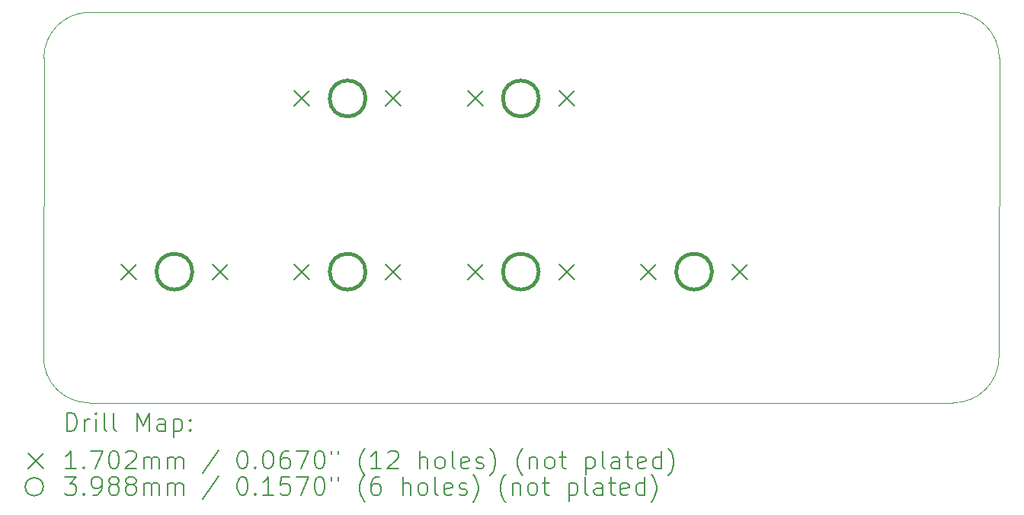
<source format=gbr>
%TF.GenerationSoftware,KiCad,Pcbnew,8.0.6*%
%TF.CreationDate,2024-10-22T23:25:21+01:00*%
%TF.ProjectId,hello22,68656c6c-6f32-4322-9e6b-696361645f70,rev?*%
%TF.SameCoordinates,Original*%
%TF.FileFunction,Drillmap*%
%TF.FilePolarity,Positive*%
%FSLAX45Y45*%
G04 Gerber Fmt 4.5, Leading zero omitted, Abs format (unit mm)*
G04 Created by KiCad (PCBNEW 8.0.6) date 2024-10-22 23:25:21*
%MOMM*%
%LPD*%
G01*
G04 APERTURE LIST*
%ADD10C,0.050000*%
%ADD11C,0.200000*%
%ADD12C,0.170180*%
%ADD13C,0.398780*%
G04 APERTURE END LIST*
D10*
X5794810Y-9630210D02*
X15396010Y-9630210D01*
X15904010Y-10138210D02*
X15900400Y-13462000D01*
X5283200Y-13462000D02*
X5286810Y-10138210D01*
X15900400Y-13462000D02*
G75*
G02*
X15392400Y-13970000I-508000J0D01*
G01*
X5791200Y-13970000D02*
G75*
G02*
X5283200Y-13462000I0J508000D01*
G01*
X15392400Y-13970000D02*
X5791200Y-13970000D01*
X5286810Y-10138210D02*
G75*
G02*
X5794810Y-9630210I508000J0D01*
G01*
X15396010Y-9630210D02*
G75*
G02*
X15904010Y-10138210I0J-508000D01*
G01*
D11*
D12*
X6144410Y-12427410D02*
X6314590Y-12597590D01*
X6314590Y-12427410D02*
X6144410Y-12597590D01*
X7160410Y-12427410D02*
X7330590Y-12597590D01*
X7330590Y-12427410D02*
X7160410Y-12597590D01*
X8069410Y-10502410D02*
X8239590Y-10672590D01*
X8239590Y-10502410D02*
X8069410Y-10672590D01*
X8069410Y-12427410D02*
X8239590Y-12597590D01*
X8239590Y-12427410D02*
X8069410Y-12597590D01*
X9085410Y-10502410D02*
X9255590Y-10672590D01*
X9255590Y-10502410D02*
X9085410Y-10672590D01*
X9085410Y-12427410D02*
X9255590Y-12597590D01*
X9255590Y-12427410D02*
X9085410Y-12597590D01*
X9994410Y-10502410D02*
X10164590Y-10672590D01*
X10164590Y-10502410D02*
X9994410Y-10672590D01*
X9994410Y-12427410D02*
X10164590Y-12597590D01*
X10164590Y-12427410D02*
X9994410Y-12597590D01*
X11010410Y-10502410D02*
X11180590Y-10672590D01*
X11180590Y-10502410D02*
X11010410Y-10672590D01*
X11010410Y-12427410D02*
X11180590Y-12597590D01*
X11180590Y-12427410D02*
X11010410Y-12597590D01*
X11919410Y-12427410D02*
X12089590Y-12597590D01*
X12089590Y-12427410D02*
X11919410Y-12597590D01*
X12935410Y-12427410D02*
X13105590Y-12597590D01*
X13105590Y-12427410D02*
X12935410Y-12597590D01*
D13*
X6936890Y-12512500D02*
G75*
G02*
X6538110Y-12512500I-199390J0D01*
G01*
X6538110Y-12512500D02*
G75*
G02*
X6936890Y-12512500I199390J0D01*
G01*
X8861890Y-10587500D02*
G75*
G02*
X8463110Y-10587500I-199390J0D01*
G01*
X8463110Y-10587500D02*
G75*
G02*
X8861890Y-10587500I199390J0D01*
G01*
X8861890Y-12512500D02*
G75*
G02*
X8463110Y-12512500I-199390J0D01*
G01*
X8463110Y-12512500D02*
G75*
G02*
X8861890Y-12512500I199390J0D01*
G01*
X10786890Y-10587500D02*
G75*
G02*
X10388110Y-10587500I-199390J0D01*
G01*
X10388110Y-10587500D02*
G75*
G02*
X10786890Y-10587500I199390J0D01*
G01*
X10786890Y-12512500D02*
G75*
G02*
X10388110Y-12512500I-199390J0D01*
G01*
X10388110Y-12512500D02*
G75*
G02*
X10786890Y-12512500I199390J0D01*
G01*
X12711890Y-12512500D02*
G75*
G02*
X12313110Y-12512500I-199390J0D01*
G01*
X12313110Y-12512500D02*
G75*
G02*
X12711890Y-12512500I199390J0D01*
G01*
D11*
X5541477Y-14283984D02*
X5541477Y-14083984D01*
X5541477Y-14083984D02*
X5589096Y-14083984D01*
X5589096Y-14083984D02*
X5617667Y-14093508D01*
X5617667Y-14093508D02*
X5636715Y-14112555D01*
X5636715Y-14112555D02*
X5646239Y-14131603D01*
X5646239Y-14131603D02*
X5655762Y-14169698D01*
X5655762Y-14169698D02*
X5655762Y-14198269D01*
X5655762Y-14198269D02*
X5646239Y-14236365D01*
X5646239Y-14236365D02*
X5636715Y-14255412D01*
X5636715Y-14255412D02*
X5617667Y-14274460D01*
X5617667Y-14274460D02*
X5589096Y-14283984D01*
X5589096Y-14283984D02*
X5541477Y-14283984D01*
X5741477Y-14283984D02*
X5741477Y-14150650D01*
X5741477Y-14188746D02*
X5751001Y-14169698D01*
X5751001Y-14169698D02*
X5760524Y-14160174D01*
X5760524Y-14160174D02*
X5779572Y-14150650D01*
X5779572Y-14150650D02*
X5798620Y-14150650D01*
X5865286Y-14283984D02*
X5865286Y-14150650D01*
X5865286Y-14083984D02*
X5855762Y-14093508D01*
X5855762Y-14093508D02*
X5865286Y-14103031D01*
X5865286Y-14103031D02*
X5874810Y-14093508D01*
X5874810Y-14093508D02*
X5865286Y-14083984D01*
X5865286Y-14083984D02*
X5865286Y-14103031D01*
X5989096Y-14283984D02*
X5970048Y-14274460D01*
X5970048Y-14274460D02*
X5960524Y-14255412D01*
X5960524Y-14255412D02*
X5960524Y-14083984D01*
X6093858Y-14283984D02*
X6074810Y-14274460D01*
X6074810Y-14274460D02*
X6065286Y-14255412D01*
X6065286Y-14255412D02*
X6065286Y-14083984D01*
X6322429Y-14283984D02*
X6322429Y-14083984D01*
X6322429Y-14083984D02*
X6389096Y-14226841D01*
X6389096Y-14226841D02*
X6455762Y-14083984D01*
X6455762Y-14083984D02*
X6455762Y-14283984D01*
X6636715Y-14283984D02*
X6636715Y-14179222D01*
X6636715Y-14179222D02*
X6627191Y-14160174D01*
X6627191Y-14160174D02*
X6608143Y-14150650D01*
X6608143Y-14150650D02*
X6570048Y-14150650D01*
X6570048Y-14150650D02*
X6551001Y-14160174D01*
X6636715Y-14274460D02*
X6617667Y-14283984D01*
X6617667Y-14283984D02*
X6570048Y-14283984D01*
X6570048Y-14283984D02*
X6551001Y-14274460D01*
X6551001Y-14274460D02*
X6541477Y-14255412D01*
X6541477Y-14255412D02*
X6541477Y-14236365D01*
X6541477Y-14236365D02*
X6551001Y-14217317D01*
X6551001Y-14217317D02*
X6570048Y-14207793D01*
X6570048Y-14207793D02*
X6617667Y-14207793D01*
X6617667Y-14207793D02*
X6636715Y-14198269D01*
X6731953Y-14150650D02*
X6731953Y-14350650D01*
X6731953Y-14160174D02*
X6751001Y-14150650D01*
X6751001Y-14150650D02*
X6789096Y-14150650D01*
X6789096Y-14150650D02*
X6808143Y-14160174D01*
X6808143Y-14160174D02*
X6817667Y-14169698D01*
X6817667Y-14169698D02*
X6827191Y-14188746D01*
X6827191Y-14188746D02*
X6827191Y-14245888D01*
X6827191Y-14245888D02*
X6817667Y-14264936D01*
X6817667Y-14264936D02*
X6808143Y-14274460D01*
X6808143Y-14274460D02*
X6789096Y-14283984D01*
X6789096Y-14283984D02*
X6751001Y-14283984D01*
X6751001Y-14283984D02*
X6731953Y-14274460D01*
X6912905Y-14264936D02*
X6922429Y-14274460D01*
X6922429Y-14274460D02*
X6912905Y-14283984D01*
X6912905Y-14283984D02*
X6903382Y-14274460D01*
X6903382Y-14274460D02*
X6912905Y-14264936D01*
X6912905Y-14264936D02*
X6912905Y-14283984D01*
X6912905Y-14160174D02*
X6922429Y-14169698D01*
X6922429Y-14169698D02*
X6912905Y-14179222D01*
X6912905Y-14179222D02*
X6903382Y-14169698D01*
X6903382Y-14169698D02*
X6912905Y-14160174D01*
X6912905Y-14160174D02*
X6912905Y-14179222D01*
D12*
X5110520Y-14527410D02*
X5280700Y-14697590D01*
X5280700Y-14527410D02*
X5110520Y-14697590D01*
D11*
X5646239Y-14703984D02*
X5531953Y-14703984D01*
X5589096Y-14703984D02*
X5589096Y-14503984D01*
X5589096Y-14503984D02*
X5570048Y-14532555D01*
X5570048Y-14532555D02*
X5551001Y-14551603D01*
X5551001Y-14551603D02*
X5531953Y-14561127D01*
X5731953Y-14684936D02*
X5741477Y-14694460D01*
X5741477Y-14694460D02*
X5731953Y-14703984D01*
X5731953Y-14703984D02*
X5722429Y-14694460D01*
X5722429Y-14694460D02*
X5731953Y-14684936D01*
X5731953Y-14684936D02*
X5731953Y-14703984D01*
X5808143Y-14503984D02*
X5941477Y-14503984D01*
X5941477Y-14503984D02*
X5855762Y-14703984D01*
X6055762Y-14503984D02*
X6074810Y-14503984D01*
X6074810Y-14503984D02*
X6093858Y-14513508D01*
X6093858Y-14513508D02*
X6103382Y-14523031D01*
X6103382Y-14523031D02*
X6112905Y-14542079D01*
X6112905Y-14542079D02*
X6122429Y-14580174D01*
X6122429Y-14580174D02*
X6122429Y-14627793D01*
X6122429Y-14627793D02*
X6112905Y-14665888D01*
X6112905Y-14665888D02*
X6103382Y-14684936D01*
X6103382Y-14684936D02*
X6093858Y-14694460D01*
X6093858Y-14694460D02*
X6074810Y-14703984D01*
X6074810Y-14703984D02*
X6055762Y-14703984D01*
X6055762Y-14703984D02*
X6036715Y-14694460D01*
X6036715Y-14694460D02*
X6027191Y-14684936D01*
X6027191Y-14684936D02*
X6017667Y-14665888D01*
X6017667Y-14665888D02*
X6008143Y-14627793D01*
X6008143Y-14627793D02*
X6008143Y-14580174D01*
X6008143Y-14580174D02*
X6017667Y-14542079D01*
X6017667Y-14542079D02*
X6027191Y-14523031D01*
X6027191Y-14523031D02*
X6036715Y-14513508D01*
X6036715Y-14513508D02*
X6055762Y-14503984D01*
X6198620Y-14523031D02*
X6208143Y-14513508D01*
X6208143Y-14513508D02*
X6227191Y-14503984D01*
X6227191Y-14503984D02*
X6274810Y-14503984D01*
X6274810Y-14503984D02*
X6293858Y-14513508D01*
X6293858Y-14513508D02*
X6303382Y-14523031D01*
X6303382Y-14523031D02*
X6312905Y-14542079D01*
X6312905Y-14542079D02*
X6312905Y-14561127D01*
X6312905Y-14561127D02*
X6303382Y-14589698D01*
X6303382Y-14589698D02*
X6189096Y-14703984D01*
X6189096Y-14703984D02*
X6312905Y-14703984D01*
X6398620Y-14703984D02*
X6398620Y-14570650D01*
X6398620Y-14589698D02*
X6408143Y-14580174D01*
X6408143Y-14580174D02*
X6427191Y-14570650D01*
X6427191Y-14570650D02*
X6455763Y-14570650D01*
X6455763Y-14570650D02*
X6474810Y-14580174D01*
X6474810Y-14580174D02*
X6484334Y-14599222D01*
X6484334Y-14599222D02*
X6484334Y-14703984D01*
X6484334Y-14599222D02*
X6493858Y-14580174D01*
X6493858Y-14580174D02*
X6512905Y-14570650D01*
X6512905Y-14570650D02*
X6541477Y-14570650D01*
X6541477Y-14570650D02*
X6560524Y-14580174D01*
X6560524Y-14580174D02*
X6570048Y-14599222D01*
X6570048Y-14599222D02*
X6570048Y-14703984D01*
X6665286Y-14703984D02*
X6665286Y-14570650D01*
X6665286Y-14589698D02*
X6674810Y-14580174D01*
X6674810Y-14580174D02*
X6693858Y-14570650D01*
X6693858Y-14570650D02*
X6722429Y-14570650D01*
X6722429Y-14570650D02*
X6741477Y-14580174D01*
X6741477Y-14580174D02*
X6751001Y-14599222D01*
X6751001Y-14599222D02*
X6751001Y-14703984D01*
X6751001Y-14599222D02*
X6760524Y-14580174D01*
X6760524Y-14580174D02*
X6779572Y-14570650D01*
X6779572Y-14570650D02*
X6808143Y-14570650D01*
X6808143Y-14570650D02*
X6827191Y-14580174D01*
X6827191Y-14580174D02*
X6836715Y-14599222D01*
X6836715Y-14599222D02*
X6836715Y-14703984D01*
X7227191Y-14494460D02*
X7055763Y-14751603D01*
X7484334Y-14503984D02*
X7503382Y-14503984D01*
X7503382Y-14503984D02*
X7522429Y-14513508D01*
X7522429Y-14513508D02*
X7531953Y-14523031D01*
X7531953Y-14523031D02*
X7541477Y-14542079D01*
X7541477Y-14542079D02*
X7551001Y-14580174D01*
X7551001Y-14580174D02*
X7551001Y-14627793D01*
X7551001Y-14627793D02*
X7541477Y-14665888D01*
X7541477Y-14665888D02*
X7531953Y-14684936D01*
X7531953Y-14684936D02*
X7522429Y-14694460D01*
X7522429Y-14694460D02*
X7503382Y-14703984D01*
X7503382Y-14703984D02*
X7484334Y-14703984D01*
X7484334Y-14703984D02*
X7465286Y-14694460D01*
X7465286Y-14694460D02*
X7455763Y-14684936D01*
X7455763Y-14684936D02*
X7446239Y-14665888D01*
X7446239Y-14665888D02*
X7436715Y-14627793D01*
X7436715Y-14627793D02*
X7436715Y-14580174D01*
X7436715Y-14580174D02*
X7446239Y-14542079D01*
X7446239Y-14542079D02*
X7455763Y-14523031D01*
X7455763Y-14523031D02*
X7465286Y-14513508D01*
X7465286Y-14513508D02*
X7484334Y-14503984D01*
X7636715Y-14684936D02*
X7646239Y-14694460D01*
X7646239Y-14694460D02*
X7636715Y-14703984D01*
X7636715Y-14703984D02*
X7627191Y-14694460D01*
X7627191Y-14694460D02*
X7636715Y-14684936D01*
X7636715Y-14684936D02*
X7636715Y-14703984D01*
X7770048Y-14503984D02*
X7789096Y-14503984D01*
X7789096Y-14503984D02*
X7808144Y-14513508D01*
X7808144Y-14513508D02*
X7817667Y-14523031D01*
X7817667Y-14523031D02*
X7827191Y-14542079D01*
X7827191Y-14542079D02*
X7836715Y-14580174D01*
X7836715Y-14580174D02*
X7836715Y-14627793D01*
X7836715Y-14627793D02*
X7827191Y-14665888D01*
X7827191Y-14665888D02*
X7817667Y-14684936D01*
X7817667Y-14684936D02*
X7808144Y-14694460D01*
X7808144Y-14694460D02*
X7789096Y-14703984D01*
X7789096Y-14703984D02*
X7770048Y-14703984D01*
X7770048Y-14703984D02*
X7751001Y-14694460D01*
X7751001Y-14694460D02*
X7741477Y-14684936D01*
X7741477Y-14684936D02*
X7731953Y-14665888D01*
X7731953Y-14665888D02*
X7722429Y-14627793D01*
X7722429Y-14627793D02*
X7722429Y-14580174D01*
X7722429Y-14580174D02*
X7731953Y-14542079D01*
X7731953Y-14542079D02*
X7741477Y-14523031D01*
X7741477Y-14523031D02*
X7751001Y-14513508D01*
X7751001Y-14513508D02*
X7770048Y-14503984D01*
X8008144Y-14503984D02*
X7970048Y-14503984D01*
X7970048Y-14503984D02*
X7951001Y-14513508D01*
X7951001Y-14513508D02*
X7941477Y-14523031D01*
X7941477Y-14523031D02*
X7922429Y-14551603D01*
X7922429Y-14551603D02*
X7912906Y-14589698D01*
X7912906Y-14589698D02*
X7912906Y-14665888D01*
X7912906Y-14665888D02*
X7922429Y-14684936D01*
X7922429Y-14684936D02*
X7931953Y-14694460D01*
X7931953Y-14694460D02*
X7951001Y-14703984D01*
X7951001Y-14703984D02*
X7989096Y-14703984D01*
X7989096Y-14703984D02*
X8008144Y-14694460D01*
X8008144Y-14694460D02*
X8017667Y-14684936D01*
X8017667Y-14684936D02*
X8027191Y-14665888D01*
X8027191Y-14665888D02*
X8027191Y-14618269D01*
X8027191Y-14618269D02*
X8017667Y-14599222D01*
X8017667Y-14599222D02*
X8008144Y-14589698D01*
X8008144Y-14589698D02*
X7989096Y-14580174D01*
X7989096Y-14580174D02*
X7951001Y-14580174D01*
X7951001Y-14580174D02*
X7931953Y-14589698D01*
X7931953Y-14589698D02*
X7922429Y-14599222D01*
X7922429Y-14599222D02*
X7912906Y-14618269D01*
X8093858Y-14503984D02*
X8227191Y-14503984D01*
X8227191Y-14503984D02*
X8141477Y-14703984D01*
X8341477Y-14503984D02*
X8360525Y-14503984D01*
X8360525Y-14503984D02*
X8379572Y-14513508D01*
X8379572Y-14513508D02*
X8389096Y-14523031D01*
X8389096Y-14523031D02*
X8398620Y-14542079D01*
X8398620Y-14542079D02*
X8408144Y-14580174D01*
X8408144Y-14580174D02*
X8408144Y-14627793D01*
X8408144Y-14627793D02*
X8398620Y-14665888D01*
X8398620Y-14665888D02*
X8389096Y-14684936D01*
X8389096Y-14684936D02*
X8379572Y-14694460D01*
X8379572Y-14694460D02*
X8360525Y-14703984D01*
X8360525Y-14703984D02*
X8341477Y-14703984D01*
X8341477Y-14703984D02*
X8322429Y-14694460D01*
X8322429Y-14694460D02*
X8312906Y-14684936D01*
X8312906Y-14684936D02*
X8303382Y-14665888D01*
X8303382Y-14665888D02*
X8293858Y-14627793D01*
X8293858Y-14627793D02*
X8293858Y-14580174D01*
X8293858Y-14580174D02*
X8303382Y-14542079D01*
X8303382Y-14542079D02*
X8312906Y-14523031D01*
X8312906Y-14523031D02*
X8322429Y-14513508D01*
X8322429Y-14513508D02*
X8341477Y-14503984D01*
X8484334Y-14503984D02*
X8484334Y-14542079D01*
X8560525Y-14503984D02*
X8560525Y-14542079D01*
X8855763Y-14780174D02*
X8846239Y-14770650D01*
X8846239Y-14770650D02*
X8827191Y-14742079D01*
X8827191Y-14742079D02*
X8817668Y-14723031D01*
X8817668Y-14723031D02*
X8808144Y-14694460D01*
X8808144Y-14694460D02*
X8798620Y-14646841D01*
X8798620Y-14646841D02*
X8798620Y-14608746D01*
X8798620Y-14608746D02*
X8808144Y-14561127D01*
X8808144Y-14561127D02*
X8817668Y-14532555D01*
X8817668Y-14532555D02*
X8827191Y-14513508D01*
X8827191Y-14513508D02*
X8846239Y-14484936D01*
X8846239Y-14484936D02*
X8855763Y-14475412D01*
X9036715Y-14703984D02*
X8922430Y-14703984D01*
X8979572Y-14703984D02*
X8979572Y-14503984D01*
X8979572Y-14503984D02*
X8960525Y-14532555D01*
X8960525Y-14532555D02*
X8941477Y-14551603D01*
X8941477Y-14551603D02*
X8922430Y-14561127D01*
X9112906Y-14523031D02*
X9122430Y-14513508D01*
X9122430Y-14513508D02*
X9141477Y-14503984D01*
X9141477Y-14503984D02*
X9189096Y-14503984D01*
X9189096Y-14503984D02*
X9208144Y-14513508D01*
X9208144Y-14513508D02*
X9217668Y-14523031D01*
X9217668Y-14523031D02*
X9227191Y-14542079D01*
X9227191Y-14542079D02*
X9227191Y-14561127D01*
X9227191Y-14561127D02*
X9217668Y-14589698D01*
X9217668Y-14589698D02*
X9103382Y-14703984D01*
X9103382Y-14703984D02*
X9227191Y-14703984D01*
X9465287Y-14703984D02*
X9465287Y-14503984D01*
X9551001Y-14703984D02*
X9551001Y-14599222D01*
X9551001Y-14599222D02*
X9541477Y-14580174D01*
X9541477Y-14580174D02*
X9522430Y-14570650D01*
X9522430Y-14570650D02*
X9493858Y-14570650D01*
X9493858Y-14570650D02*
X9474811Y-14580174D01*
X9474811Y-14580174D02*
X9465287Y-14589698D01*
X9674811Y-14703984D02*
X9655763Y-14694460D01*
X9655763Y-14694460D02*
X9646239Y-14684936D01*
X9646239Y-14684936D02*
X9636715Y-14665888D01*
X9636715Y-14665888D02*
X9636715Y-14608746D01*
X9636715Y-14608746D02*
X9646239Y-14589698D01*
X9646239Y-14589698D02*
X9655763Y-14580174D01*
X9655763Y-14580174D02*
X9674811Y-14570650D01*
X9674811Y-14570650D02*
X9703382Y-14570650D01*
X9703382Y-14570650D02*
X9722430Y-14580174D01*
X9722430Y-14580174D02*
X9731953Y-14589698D01*
X9731953Y-14589698D02*
X9741477Y-14608746D01*
X9741477Y-14608746D02*
X9741477Y-14665888D01*
X9741477Y-14665888D02*
X9731953Y-14684936D01*
X9731953Y-14684936D02*
X9722430Y-14694460D01*
X9722430Y-14694460D02*
X9703382Y-14703984D01*
X9703382Y-14703984D02*
X9674811Y-14703984D01*
X9855763Y-14703984D02*
X9836715Y-14694460D01*
X9836715Y-14694460D02*
X9827192Y-14675412D01*
X9827192Y-14675412D02*
X9827192Y-14503984D01*
X10008144Y-14694460D02*
X9989096Y-14703984D01*
X9989096Y-14703984D02*
X9951001Y-14703984D01*
X9951001Y-14703984D02*
X9931953Y-14694460D01*
X9931953Y-14694460D02*
X9922430Y-14675412D01*
X9922430Y-14675412D02*
X9922430Y-14599222D01*
X9922430Y-14599222D02*
X9931953Y-14580174D01*
X9931953Y-14580174D02*
X9951001Y-14570650D01*
X9951001Y-14570650D02*
X9989096Y-14570650D01*
X9989096Y-14570650D02*
X10008144Y-14580174D01*
X10008144Y-14580174D02*
X10017668Y-14599222D01*
X10017668Y-14599222D02*
X10017668Y-14618269D01*
X10017668Y-14618269D02*
X9922430Y-14637317D01*
X10093858Y-14694460D02*
X10112906Y-14703984D01*
X10112906Y-14703984D02*
X10151001Y-14703984D01*
X10151001Y-14703984D02*
X10170049Y-14694460D01*
X10170049Y-14694460D02*
X10179573Y-14675412D01*
X10179573Y-14675412D02*
X10179573Y-14665888D01*
X10179573Y-14665888D02*
X10170049Y-14646841D01*
X10170049Y-14646841D02*
X10151001Y-14637317D01*
X10151001Y-14637317D02*
X10122430Y-14637317D01*
X10122430Y-14637317D02*
X10103382Y-14627793D01*
X10103382Y-14627793D02*
X10093858Y-14608746D01*
X10093858Y-14608746D02*
X10093858Y-14599222D01*
X10093858Y-14599222D02*
X10103382Y-14580174D01*
X10103382Y-14580174D02*
X10122430Y-14570650D01*
X10122430Y-14570650D02*
X10151001Y-14570650D01*
X10151001Y-14570650D02*
X10170049Y-14580174D01*
X10246239Y-14780174D02*
X10255763Y-14770650D01*
X10255763Y-14770650D02*
X10274811Y-14742079D01*
X10274811Y-14742079D02*
X10284334Y-14723031D01*
X10284334Y-14723031D02*
X10293858Y-14694460D01*
X10293858Y-14694460D02*
X10303382Y-14646841D01*
X10303382Y-14646841D02*
X10303382Y-14608746D01*
X10303382Y-14608746D02*
X10293858Y-14561127D01*
X10293858Y-14561127D02*
X10284334Y-14532555D01*
X10284334Y-14532555D02*
X10274811Y-14513508D01*
X10274811Y-14513508D02*
X10255763Y-14484936D01*
X10255763Y-14484936D02*
X10246239Y-14475412D01*
X10608144Y-14780174D02*
X10598620Y-14770650D01*
X10598620Y-14770650D02*
X10579573Y-14742079D01*
X10579573Y-14742079D02*
X10570049Y-14723031D01*
X10570049Y-14723031D02*
X10560525Y-14694460D01*
X10560525Y-14694460D02*
X10551001Y-14646841D01*
X10551001Y-14646841D02*
X10551001Y-14608746D01*
X10551001Y-14608746D02*
X10560525Y-14561127D01*
X10560525Y-14561127D02*
X10570049Y-14532555D01*
X10570049Y-14532555D02*
X10579573Y-14513508D01*
X10579573Y-14513508D02*
X10598620Y-14484936D01*
X10598620Y-14484936D02*
X10608144Y-14475412D01*
X10684334Y-14570650D02*
X10684334Y-14703984D01*
X10684334Y-14589698D02*
X10693858Y-14580174D01*
X10693858Y-14580174D02*
X10712906Y-14570650D01*
X10712906Y-14570650D02*
X10741477Y-14570650D01*
X10741477Y-14570650D02*
X10760525Y-14580174D01*
X10760525Y-14580174D02*
X10770049Y-14599222D01*
X10770049Y-14599222D02*
X10770049Y-14703984D01*
X10893858Y-14703984D02*
X10874811Y-14694460D01*
X10874811Y-14694460D02*
X10865287Y-14684936D01*
X10865287Y-14684936D02*
X10855763Y-14665888D01*
X10855763Y-14665888D02*
X10855763Y-14608746D01*
X10855763Y-14608746D02*
X10865287Y-14589698D01*
X10865287Y-14589698D02*
X10874811Y-14580174D01*
X10874811Y-14580174D02*
X10893858Y-14570650D01*
X10893858Y-14570650D02*
X10922430Y-14570650D01*
X10922430Y-14570650D02*
X10941477Y-14580174D01*
X10941477Y-14580174D02*
X10951001Y-14589698D01*
X10951001Y-14589698D02*
X10960525Y-14608746D01*
X10960525Y-14608746D02*
X10960525Y-14665888D01*
X10960525Y-14665888D02*
X10951001Y-14684936D01*
X10951001Y-14684936D02*
X10941477Y-14694460D01*
X10941477Y-14694460D02*
X10922430Y-14703984D01*
X10922430Y-14703984D02*
X10893858Y-14703984D01*
X11017668Y-14570650D02*
X11093858Y-14570650D01*
X11046239Y-14503984D02*
X11046239Y-14675412D01*
X11046239Y-14675412D02*
X11055763Y-14694460D01*
X11055763Y-14694460D02*
X11074811Y-14703984D01*
X11074811Y-14703984D02*
X11093858Y-14703984D01*
X11312906Y-14570650D02*
X11312906Y-14770650D01*
X11312906Y-14580174D02*
X11331953Y-14570650D01*
X11331953Y-14570650D02*
X11370049Y-14570650D01*
X11370049Y-14570650D02*
X11389096Y-14580174D01*
X11389096Y-14580174D02*
X11398620Y-14589698D01*
X11398620Y-14589698D02*
X11408144Y-14608746D01*
X11408144Y-14608746D02*
X11408144Y-14665888D01*
X11408144Y-14665888D02*
X11398620Y-14684936D01*
X11398620Y-14684936D02*
X11389096Y-14694460D01*
X11389096Y-14694460D02*
X11370049Y-14703984D01*
X11370049Y-14703984D02*
X11331953Y-14703984D01*
X11331953Y-14703984D02*
X11312906Y-14694460D01*
X11522430Y-14703984D02*
X11503382Y-14694460D01*
X11503382Y-14694460D02*
X11493858Y-14675412D01*
X11493858Y-14675412D02*
X11493858Y-14503984D01*
X11684334Y-14703984D02*
X11684334Y-14599222D01*
X11684334Y-14599222D02*
X11674811Y-14580174D01*
X11674811Y-14580174D02*
X11655763Y-14570650D01*
X11655763Y-14570650D02*
X11617668Y-14570650D01*
X11617668Y-14570650D02*
X11598620Y-14580174D01*
X11684334Y-14694460D02*
X11665287Y-14703984D01*
X11665287Y-14703984D02*
X11617668Y-14703984D01*
X11617668Y-14703984D02*
X11598620Y-14694460D01*
X11598620Y-14694460D02*
X11589096Y-14675412D01*
X11589096Y-14675412D02*
X11589096Y-14656365D01*
X11589096Y-14656365D02*
X11598620Y-14637317D01*
X11598620Y-14637317D02*
X11617668Y-14627793D01*
X11617668Y-14627793D02*
X11665287Y-14627793D01*
X11665287Y-14627793D02*
X11684334Y-14618269D01*
X11751001Y-14570650D02*
X11827192Y-14570650D01*
X11779573Y-14503984D02*
X11779573Y-14675412D01*
X11779573Y-14675412D02*
X11789096Y-14694460D01*
X11789096Y-14694460D02*
X11808144Y-14703984D01*
X11808144Y-14703984D02*
X11827192Y-14703984D01*
X11970049Y-14694460D02*
X11951001Y-14703984D01*
X11951001Y-14703984D02*
X11912906Y-14703984D01*
X11912906Y-14703984D02*
X11893858Y-14694460D01*
X11893858Y-14694460D02*
X11884334Y-14675412D01*
X11884334Y-14675412D02*
X11884334Y-14599222D01*
X11884334Y-14599222D02*
X11893858Y-14580174D01*
X11893858Y-14580174D02*
X11912906Y-14570650D01*
X11912906Y-14570650D02*
X11951001Y-14570650D01*
X11951001Y-14570650D02*
X11970049Y-14580174D01*
X11970049Y-14580174D02*
X11979573Y-14599222D01*
X11979573Y-14599222D02*
X11979573Y-14618269D01*
X11979573Y-14618269D02*
X11884334Y-14637317D01*
X12151001Y-14703984D02*
X12151001Y-14503984D01*
X12151001Y-14694460D02*
X12131954Y-14703984D01*
X12131954Y-14703984D02*
X12093858Y-14703984D01*
X12093858Y-14703984D02*
X12074811Y-14694460D01*
X12074811Y-14694460D02*
X12065287Y-14684936D01*
X12065287Y-14684936D02*
X12055763Y-14665888D01*
X12055763Y-14665888D02*
X12055763Y-14608746D01*
X12055763Y-14608746D02*
X12065287Y-14589698D01*
X12065287Y-14589698D02*
X12074811Y-14580174D01*
X12074811Y-14580174D02*
X12093858Y-14570650D01*
X12093858Y-14570650D02*
X12131954Y-14570650D01*
X12131954Y-14570650D02*
X12151001Y-14580174D01*
X12227192Y-14780174D02*
X12236715Y-14770650D01*
X12236715Y-14770650D02*
X12255763Y-14742079D01*
X12255763Y-14742079D02*
X12265287Y-14723031D01*
X12265287Y-14723031D02*
X12274811Y-14694460D01*
X12274811Y-14694460D02*
X12284334Y-14646841D01*
X12284334Y-14646841D02*
X12284334Y-14608746D01*
X12284334Y-14608746D02*
X12274811Y-14561127D01*
X12274811Y-14561127D02*
X12265287Y-14532555D01*
X12265287Y-14532555D02*
X12255763Y-14513508D01*
X12255763Y-14513508D02*
X12236715Y-14484936D01*
X12236715Y-14484936D02*
X12227192Y-14475412D01*
X5280700Y-14902680D02*
G75*
G02*
X5080700Y-14902680I-100000J0D01*
G01*
X5080700Y-14902680D02*
G75*
G02*
X5280700Y-14902680I100000J0D01*
G01*
X5522429Y-14794164D02*
X5646239Y-14794164D01*
X5646239Y-14794164D02*
X5579572Y-14870354D01*
X5579572Y-14870354D02*
X5608143Y-14870354D01*
X5608143Y-14870354D02*
X5627191Y-14879878D01*
X5627191Y-14879878D02*
X5636715Y-14889402D01*
X5636715Y-14889402D02*
X5646239Y-14908449D01*
X5646239Y-14908449D02*
X5646239Y-14956068D01*
X5646239Y-14956068D02*
X5636715Y-14975116D01*
X5636715Y-14975116D02*
X5627191Y-14984640D01*
X5627191Y-14984640D02*
X5608143Y-14994164D01*
X5608143Y-14994164D02*
X5551001Y-14994164D01*
X5551001Y-14994164D02*
X5531953Y-14984640D01*
X5531953Y-14984640D02*
X5522429Y-14975116D01*
X5731953Y-14975116D02*
X5741477Y-14984640D01*
X5741477Y-14984640D02*
X5731953Y-14994164D01*
X5731953Y-14994164D02*
X5722429Y-14984640D01*
X5722429Y-14984640D02*
X5731953Y-14975116D01*
X5731953Y-14975116D02*
X5731953Y-14994164D01*
X5836715Y-14994164D02*
X5874810Y-14994164D01*
X5874810Y-14994164D02*
X5893858Y-14984640D01*
X5893858Y-14984640D02*
X5903382Y-14975116D01*
X5903382Y-14975116D02*
X5922429Y-14946545D01*
X5922429Y-14946545D02*
X5931953Y-14908449D01*
X5931953Y-14908449D02*
X5931953Y-14832259D01*
X5931953Y-14832259D02*
X5922429Y-14813211D01*
X5922429Y-14813211D02*
X5912905Y-14803688D01*
X5912905Y-14803688D02*
X5893858Y-14794164D01*
X5893858Y-14794164D02*
X5855762Y-14794164D01*
X5855762Y-14794164D02*
X5836715Y-14803688D01*
X5836715Y-14803688D02*
X5827191Y-14813211D01*
X5827191Y-14813211D02*
X5817667Y-14832259D01*
X5817667Y-14832259D02*
X5817667Y-14879878D01*
X5817667Y-14879878D02*
X5827191Y-14898926D01*
X5827191Y-14898926D02*
X5836715Y-14908449D01*
X5836715Y-14908449D02*
X5855762Y-14917973D01*
X5855762Y-14917973D02*
X5893858Y-14917973D01*
X5893858Y-14917973D02*
X5912905Y-14908449D01*
X5912905Y-14908449D02*
X5922429Y-14898926D01*
X5922429Y-14898926D02*
X5931953Y-14879878D01*
X6046239Y-14879878D02*
X6027191Y-14870354D01*
X6027191Y-14870354D02*
X6017667Y-14860830D01*
X6017667Y-14860830D02*
X6008143Y-14841783D01*
X6008143Y-14841783D02*
X6008143Y-14832259D01*
X6008143Y-14832259D02*
X6017667Y-14813211D01*
X6017667Y-14813211D02*
X6027191Y-14803688D01*
X6027191Y-14803688D02*
X6046239Y-14794164D01*
X6046239Y-14794164D02*
X6084334Y-14794164D01*
X6084334Y-14794164D02*
X6103382Y-14803688D01*
X6103382Y-14803688D02*
X6112905Y-14813211D01*
X6112905Y-14813211D02*
X6122429Y-14832259D01*
X6122429Y-14832259D02*
X6122429Y-14841783D01*
X6122429Y-14841783D02*
X6112905Y-14860830D01*
X6112905Y-14860830D02*
X6103382Y-14870354D01*
X6103382Y-14870354D02*
X6084334Y-14879878D01*
X6084334Y-14879878D02*
X6046239Y-14879878D01*
X6046239Y-14879878D02*
X6027191Y-14889402D01*
X6027191Y-14889402D02*
X6017667Y-14898926D01*
X6017667Y-14898926D02*
X6008143Y-14917973D01*
X6008143Y-14917973D02*
X6008143Y-14956068D01*
X6008143Y-14956068D02*
X6017667Y-14975116D01*
X6017667Y-14975116D02*
X6027191Y-14984640D01*
X6027191Y-14984640D02*
X6046239Y-14994164D01*
X6046239Y-14994164D02*
X6084334Y-14994164D01*
X6084334Y-14994164D02*
X6103382Y-14984640D01*
X6103382Y-14984640D02*
X6112905Y-14975116D01*
X6112905Y-14975116D02*
X6122429Y-14956068D01*
X6122429Y-14956068D02*
X6122429Y-14917973D01*
X6122429Y-14917973D02*
X6112905Y-14898926D01*
X6112905Y-14898926D02*
X6103382Y-14889402D01*
X6103382Y-14889402D02*
X6084334Y-14879878D01*
X6236715Y-14879878D02*
X6217667Y-14870354D01*
X6217667Y-14870354D02*
X6208143Y-14860830D01*
X6208143Y-14860830D02*
X6198620Y-14841783D01*
X6198620Y-14841783D02*
X6198620Y-14832259D01*
X6198620Y-14832259D02*
X6208143Y-14813211D01*
X6208143Y-14813211D02*
X6217667Y-14803688D01*
X6217667Y-14803688D02*
X6236715Y-14794164D01*
X6236715Y-14794164D02*
X6274810Y-14794164D01*
X6274810Y-14794164D02*
X6293858Y-14803688D01*
X6293858Y-14803688D02*
X6303382Y-14813211D01*
X6303382Y-14813211D02*
X6312905Y-14832259D01*
X6312905Y-14832259D02*
X6312905Y-14841783D01*
X6312905Y-14841783D02*
X6303382Y-14860830D01*
X6303382Y-14860830D02*
X6293858Y-14870354D01*
X6293858Y-14870354D02*
X6274810Y-14879878D01*
X6274810Y-14879878D02*
X6236715Y-14879878D01*
X6236715Y-14879878D02*
X6217667Y-14889402D01*
X6217667Y-14889402D02*
X6208143Y-14898926D01*
X6208143Y-14898926D02*
X6198620Y-14917973D01*
X6198620Y-14917973D02*
X6198620Y-14956068D01*
X6198620Y-14956068D02*
X6208143Y-14975116D01*
X6208143Y-14975116D02*
X6217667Y-14984640D01*
X6217667Y-14984640D02*
X6236715Y-14994164D01*
X6236715Y-14994164D02*
X6274810Y-14994164D01*
X6274810Y-14994164D02*
X6293858Y-14984640D01*
X6293858Y-14984640D02*
X6303382Y-14975116D01*
X6303382Y-14975116D02*
X6312905Y-14956068D01*
X6312905Y-14956068D02*
X6312905Y-14917973D01*
X6312905Y-14917973D02*
X6303382Y-14898926D01*
X6303382Y-14898926D02*
X6293858Y-14889402D01*
X6293858Y-14889402D02*
X6274810Y-14879878D01*
X6398620Y-14994164D02*
X6398620Y-14860830D01*
X6398620Y-14879878D02*
X6408143Y-14870354D01*
X6408143Y-14870354D02*
X6427191Y-14860830D01*
X6427191Y-14860830D02*
X6455763Y-14860830D01*
X6455763Y-14860830D02*
X6474810Y-14870354D01*
X6474810Y-14870354D02*
X6484334Y-14889402D01*
X6484334Y-14889402D02*
X6484334Y-14994164D01*
X6484334Y-14889402D02*
X6493858Y-14870354D01*
X6493858Y-14870354D02*
X6512905Y-14860830D01*
X6512905Y-14860830D02*
X6541477Y-14860830D01*
X6541477Y-14860830D02*
X6560524Y-14870354D01*
X6560524Y-14870354D02*
X6570048Y-14889402D01*
X6570048Y-14889402D02*
X6570048Y-14994164D01*
X6665286Y-14994164D02*
X6665286Y-14860830D01*
X6665286Y-14879878D02*
X6674810Y-14870354D01*
X6674810Y-14870354D02*
X6693858Y-14860830D01*
X6693858Y-14860830D02*
X6722429Y-14860830D01*
X6722429Y-14860830D02*
X6741477Y-14870354D01*
X6741477Y-14870354D02*
X6751001Y-14889402D01*
X6751001Y-14889402D02*
X6751001Y-14994164D01*
X6751001Y-14889402D02*
X6760524Y-14870354D01*
X6760524Y-14870354D02*
X6779572Y-14860830D01*
X6779572Y-14860830D02*
X6808143Y-14860830D01*
X6808143Y-14860830D02*
X6827191Y-14870354D01*
X6827191Y-14870354D02*
X6836715Y-14889402D01*
X6836715Y-14889402D02*
X6836715Y-14994164D01*
X7227191Y-14784640D02*
X7055763Y-15041783D01*
X7484334Y-14794164D02*
X7503382Y-14794164D01*
X7503382Y-14794164D02*
X7522429Y-14803688D01*
X7522429Y-14803688D02*
X7531953Y-14813211D01*
X7531953Y-14813211D02*
X7541477Y-14832259D01*
X7541477Y-14832259D02*
X7551001Y-14870354D01*
X7551001Y-14870354D02*
X7551001Y-14917973D01*
X7551001Y-14917973D02*
X7541477Y-14956068D01*
X7541477Y-14956068D02*
X7531953Y-14975116D01*
X7531953Y-14975116D02*
X7522429Y-14984640D01*
X7522429Y-14984640D02*
X7503382Y-14994164D01*
X7503382Y-14994164D02*
X7484334Y-14994164D01*
X7484334Y-14994164D02*
X7465286Y-14984640D01*
X7465286Y-14984640D02*
X7455763Y-14975116D01*
X7455763Y-14975116D02*
X7446239Y-14956068D01*
X7446239Y-14956068D02*
X7436715Y-14917973D01*
X7436715Y-14917973D02*
X7436715Y-14870354D01*
X7436715Y-14870354D02*
X7446239Y-14832259D01*
X7446239Y-14832259D02*
X7455763Y-14813211D01*
X7455763Y-14813211D02*
X7465286Y-14803688D01*
X7465286Y-14803688D02*
X7484334Y-14794164D01*
X7636715Y-14975116D02*
X7646239Y-14984640D01*
X7646239Y-14984640D02*
X7636715Y-14994164D01*
X7636715Y-14994164D02*
X7627191Y-14984640D01*
X7627191Y-14984640D02*
X7636715Y-14975116D01*
X7636715Y-14975116D02*
X7636715Y-14994164D01*
X7836715Y-14994164D02*
X7722429Y-14994164D01*
X7779572Y-14994164D02*
X7779572Y-14794164D01*
X7779572Y-14794164D02*
X7760525Y-14822735D01*
X7760525Y-14822735D02*
X7741477Y-14841783D01*
X7741477Y-14841783D02*
X7722429Y-14851307D01*
X8017667Y-14794164D02*
X7922429Y-14794164D01*
X7922429Y-14794164D02*
X7912906Y-14889402D01*
X7912906Y-14889402D02*
X7922429Y-14879878D01*
X7922429Y-14879878D02*
X7941477Y-14870354D01*
X7941477Y-14870354D02*
X7989096Y-14870354D01*
X7989096Y-14870354D02*
X8008144Y-14879878D01*
X8008144Y-14879878D02*
X8017667Y-14889402D01*
X8017667Y-14889402D02*
X8027191Y-14908449D01*
X8027191Y-14908449D02*
X8027191Y-14956068D01*
X8027191Y-14956068D02*
X8017667Y-14975116D01*
X8017667Y-14975116D02*
X8008144Y-14984640D01*
X8008144Y-14984640D02*
X7989096Y-14994164D01*
X7989096Y-14994164D02*
X7941477Y-14994164D01*
X7941477Y-14994164D02*
X7922429Y-14984640D01*
X7922429Y-14984640D02*
X7912906Y-14975116D01*
X8093858Y-14794164D02*
X8227191Y-14794164D01*
X8227191Y-14794164D02*
X8141477Y-14994164D01*
X8341477Y-14794164D02*
X8360525Y-14794164D01*
X8360525Y-14794164D02*
X8379572Y-14803688D01*
X8379572Y-14803688D02*
X8389096Y-14813211D01*
X8389096Y-14813211D02*
X8398620Y-14832259D01*
X8398620Y-14832259D02*
X8408144Y-14870354D01*
X8408144Y-14870354D02*
X8408144Y-14917973D01*
X8408144Y-14917973D02*
X8398620Y-14956068D01*
X8398620Y-14956068D02*
X8389096Y-14975116D01*
X8389096Y-14975116D02*
X8379572Y-14984640D01*
X8379572Y-14984640D02*
X8360525Y-14994164D01*
X8360525Y-14994164D02*
X8341477Y-14994164D01*
X8341477Y-14994164D02*
X8322429Y-14984640D01*
X8322429Y-14984640D02*
X8312906Y-14975116D01*
X8312906Y-14975116D02*
X8303382Y-14956068D01*
X8303382Y-14956068D02*
X8293858Y-14917973D01*
X8293858Y-14917973D02*
X8293858Y-14870354D01*
X8293858Y-14870354D02*
X8303382Y-14832259D01*
X8303382Y-14832259D02*
X8312906Y-14813211D01*
X8312906Y-14813211D02*
X8322429Y-14803688D01*
X8322429Y-14803688D02*
X8341477Y-14794164D01*
X8484334Y-14794164D02*
X8484334Y-14832259D01*
X8560525Y-14794164D02*
X8560525Y-14832259D01*
X8855763Y-15070354D02*
X8846239Y-15060830D01*
X8846239Y-15060830D02*
X8827191Y-15032259D01*
X8827191Y-15032259D02*
X8817668Y-15013211D01*
X8817668Y-15013211D02*
X8808144Y-14984640D01*
X8808144Y-14984640D02*
X8798620Y-14937021D01*
X8798620Y-14937021D02*
X8798620Y-14898926D01*
X8798620Y-14898926D02*
X8808144Y-14851307D01*
X8808144Y-14851307D02*
X8817668Y-14822735D01*
X8817668Y-14822735D02*
X8827191Y-14803688D01*
X8827191Y-14803688D02*
X8846239Y-14775116D01*
X8846239Y-14775116D02*
X8855763Y-14765592D01*
X9017668Y-14794164D02*
X8979572Y-14794164D01*
X8979572Y-14794164D02*
X8960525Y-14803688D01*
X8960525Y-14803688D02*
X8951001Y-14813211D01*
X8951001Y-14813211D02*
X8931953Y-14841783D01*
X8931953Y-14841783D02*
X8922430Y-14879878D01*
X8922430Y-14879878D02*
X8922430Y-14956068D01*
X8922430Y-14956068D02*
X8931953Y-14975116D01*
X8931953Y-14975116D02*
X8941477Y-14984640D01*
X8941477Y-14984640D02*
X8960525Y-14994164D01*
X8960525Y-14994164D02*
X8998620Y-14994164D01*
X8998620Y-14994164D02*
X9017668Y-14984640D01*
X9017668Y-14984640D02*
X9027191Y-14975116D01*
X9027191Y-14975116D02*
X9036715Y-14956068D01*
X9036715Y-14956068D02*
X9036715Y-14908449D01*
X9036715Y-14908449D02*
X9027191Y-14889402D01*
X9027191Y-14889402D02*
X9017668Y-14879878D01*
X9017668Y-14879878D02*
X8998620Y-14870354D01*
X8998620Y-14870354D02*
X8960525Y-14870354D01*
X8960525Y-14870354D02*
X8941477Y-14879878D01*
X8941477Y-14879878D02*
X8931953Y-14889402D01*
X8931953Y-14889402D02*
X8922430Y-14908449D01*
X9274811Y-14994164D02*
X9274811Y-14794164D01*
X9360525Y-14994164D02*
X9360525Y-14889402D01*
X9360525Y-14889402D02*
X9351001Y-14870354D01*
X9351001Y-14870354D02*
X9331953Y-14860830D01*
X9331953Y-14860830D02*
X9303382Y-14860830D01*
X9303382Y-14860830D02*
X9284334Y-14870354D01*
X9284334Y-14870354D02*
X9274811Y-14879878D01*
X9484334Y-14994164D02*
X9465287Y-14984640D01*
X9465287Y-14984640D02*
X9455763Y-14975116D01*
X9455763Y-14975116D02*
X9446239Y-14956068D01*
X9446239Y-14956068D02*
X9446239Y-14898926D01*
X9446239Y-14898926D02*
X9455763Y-14879878D01*
X9455763Y-14879878D02*
X9465287Y-14870354D01*
X9465287Y-14870354D02*
X9484334Y-14860830D01*
X9484334Y-14860830D02*
X9512906Y-14860830D01*
X9512906Y-14860830D02*
X9531953Y-14870354D01*
X9531953Y-14870354D02*
X9541477Y-14879878D01*
X9541477Y-14879878D02*
X9551001Y-14898926D01*
X9551001Y-14898926D02*
X9551001Y-14956068D01*
X9551001Y-14956068D02*
X9541477Y-14975116D01*
X9541477Y-14975116D02*
X9531953Y-14984640D01*
X9531953Y-14984640D02*
X9512906Y-14994164D01*
X9512906Y-14994164D02*
X9484334Y-14994164D01*
X9665287Y-14994164D02*
X9646239Y-14984640D01*
X9646239Y-14984640D02*
X9636715Y-14965592D01*
X9636715Y-14965592D02*
X9636715Y-14794164D01*
X9817668Y-14984640D02*
X9798620Y-14994164D01*
X9798620Y-14994164D02*
X9760525Y-14994164D01*
X9760525Y-14994164D02*
X9741477Y-14984640D01*
X9741477Y-14984640D02*
X9731953Y-14965592D01*
X9731953Y-14965592D02*
X9731953Y-14889402D01*
X9731953Y-14889402D02*
X9741477Y-14870354D01*
X9741477Y-14870354D02*
X9760525Y-14860830D01*
X9760525Y-14860830D02*
X9798620Y-14860830D01*
X9798620Y-14860830D02*
X9817668Y-14870354D01*
X9817668Y-14870354D02*
X9827192Y-14889402D01*
X9827192Y-14889402D02*
X9827192Y-14908449D01*
X9827192Y-14908449D02*
X9731953Y-14927497D01*
X9903382Y-14984640D02*
X9922430Y-14994164D01*
X9922430Y-14994164D02*
X9960525Y-14994164D01*
X9960525Y-14994164D02*
X9979573Y-14984640D01*
X9979573Y-14984640D02*
X9989096Y-14965592D01*
X9989096Y-14965592D02*
X9989096Y-14956068D01*
X9989096Y-14956068D02*
X9979573Y-14937021D01*
X9979573Y-14937021D02*
X9960525Y-14927497D01*
X9960525Y-14927497D02*
X9931953Y-14927497D01*
X9931953Y-14927497D02*
X9912906Y-14917973D01*
X9912906Y-14917973D02*
X9903382Y-14898926D01*
X9903382Y-14898926D02*
X9903382Y-14889402D01*
X9903382Y-14889402D02*
X9912906Y-14870354D01*
X9912906Y-14870354D02*
X9931953Y-14860830D01*
X9931953Y-14860830D02*
X9960525Y-14860830D01*
X9960525Y-14860830D02*
X9979573Y-14870354D01*
X10055763Y-15070354D02*
X10065287Y-15060830D01*
X10065287Y-15060830D02*
X10084334Y-15032259D01*
X10084334Y-15032259D02*
X10093858Y-15013211D01*
X10093858Y-15013211D02*
X10103382Y-14984640D01*
X10103382Y-14984640D02*
X10112906Y-14937021D01*
X10112906Y-14937021D02*
X10112906Y-14898926D01*
X10112906Y-14898926D02*
X10103382Y-14851307D01*
X10103382Y-14851307D02*
X10093858Y-14822735D01*
X10093858Y-14822735D02*
X10084334Y-14803688D01*
X10084334Y-14803688D02*
X10065287Y-14775116D01*
X10065287Y-14775116D02*
X10055763Y-14765592D01*
X10417668Y-15070354D02*
X10408144Y-15060830D01*
X10408144Y-15060830D02*
X10389096Y-15032259D01*
X10389096Y-15032259D02*
X10379573Y-15013211D01*
X10379573Y-15013211D02*
X10370049Y-14984640D01*
X10370049Y-14984640D02*
X10360525Y-14937021D01*
X10360525Y-14937021D02*
X10360525Y-14898926D01*
X10360525Y-14898926D02*
X10370049Y-14851307D01*
X10370049Y-14851307D02*
X10379573Y-14822735D01*
X10379573Y-14822735D02*
X10389096Y-14803688D01*
X10389096Y-14803688D02*
X10408144Y-14775116D01*
X10408144Y-14775116D02*
X10417668Y-14765592D01*
X10493858Y-14860830D02*
X10493858Y-14994164D01*
X10493858Y-14879878D02*
X10503382Y-14870354D01*
X10503382Y-14870354D02*
X10522430Y-14860830D01*
X10522430Y-14860830D02*
X10551001Y-14860830D01*
X10551001Y-14860830D02*
X10570049Y-14870354D01*
X10570049Y-14870354D02*
X10579573Y-14889402D01*
X10579573Y-14889402D02*
X10579573Y-14994164D01*
X10703382Y-14994164D02*
X10684334Y-14984640D01*
X10684334Y-14984640D02*
X10674811Y-14975116D01*
X10674811Y-14975116D02*
X10665287Y-14956068D01*
X10665287Y-14956068D02*
X10665287Y-14898926D01*
X10665287Y-14898926D02*
X10674811Y-14879878D01*
X10674811Y-14879878D02*
X10684334Y-14870354D01*
X10684334Y-14870354D02*
X10703382Y-14860830D01*
X10703382Y-14860830D02*
X10731954Y-14860830D01*
X10731954Y-14860830D02*
X10751001Y-14870354D01*
X10751001Y-14870354D02*
X10760525Y-14879878D01*
X10760525Y-14879878D02*
X10770049Y-14898926D01*
X10770049Y-14898926D02*
X10770049Y-14956068D01*
X10770049Y-14956068D02*
X10760525Y-14975116D01*
X10760525Y-14975116D02*
X10751001Y-14984640D01*
X10751001Y-14984640D02*
X10731954Y-14994164D01*
X10731954Y-14994164D02*
X10703382Y-14994164D01*
X10827192Y-14860830D02*
X10903382Y-14860830D01*
X10855763Y-14794164D02*
X10855763Y-14965592D01*
X10855763Y-14965592D02*
X10865287Y-14984640D01*
X10865287Y-14984640D02*
X10884334Y-14994164D01*
X10884334Y-14994164D02*
X10903382Y-14994164D01*
X11122430Y-14860830D02*
X11122430Y-15060830D01*
X11122430Y-14870354D02*
X11141477Y-14860830D01*
X11141477Y-14860830D02*
X11179573Y-14860830D01*
X11179573Y-14860830D02*
X11198620Y-14870354D01*
X11198620Y-14870354D02*
X11208144Y-14879878D01*
X11208144Y-14879878D02*
X11217668Y-14898926D01*
X11217668Y-14898926D02*
X11217668Y-14956068D01*
X11217668Y-14956068D02*
X11208144Y-14975116D01*
X11208144Y-14975116D02*
X11198620Y-14984640D01*
X11198620Y-14984640D02*
X11179573Y-14994164D01*
X11179573Y-14994164D02*
X11141477Y-14994164D01*
X11141477Y-14994164D02*
X11122430Y-14984640D01*
X11331953Y-14994164D02*
X11312906Y-14984640D01*
X11312906Y-14984640D02*
X11303382Y-14965592D01*
X11303382Y-14965592D02*
X11303382Y-14794164D01*
X11493858Y-14994164D02*
X11493858Y-14889402D01*
X11493858Y-14889402D02*
X11484334Y-14870354D01*
X11484334Y-14870354D02*
X11465287Y-14860830D01*
X11465287Y-14860830D02*
X11427192Y-14860830D01*
X11427192Y-14860830D02*
X11408144Y-14870354D01*
X11493858Y-14984640D02*
X11474811Y-14994164D01*
X11474811Y-14994164D02*
X11427192Y-14994164D01*
X11427192Y-14994164D02*
X11408144Y-14984640D01*
X11408144Y-14984640D02*
X11398620Y-14965592D01*
X11398620Y-14965592D02*
X11398620Y-14946545D01*
X11398620Y-14946545D02*
X11408144Y-14927497D01*
X11408144Y-14927497D02*
X11427192Y-14917973D01*
X11427192Y-14917973D02*
X11474811Y-14917973D01*
X11474811Y-14917973D02*
X11493858Y-14908449D01*
X11560525Y-14860830D02*
X11636715Y-14860830D01*
X11589096Y-14794164D02*
X11589096Y-14965592D01*
X11589096Y-14965592D02*
X11598620Y-14984640D01*
X11598620Y-14984640D02*
X11617668Y-14994164D01*
X11617668Y-14994164D02*
X11636715Y-14994164D01*
X11779573Y-14984640D02*
X11760525Y-14994164D01*
X11760525Y-14994164D02*
X11722430Y-14994164D01*
X11722430Y-14994164D02*
X11703382Y-14984640D01*
X11703382Y-14984640D02*
X11693858Y-14965592D01*
X11693858Y-14965592D02*
X11693858Y-14889402D01*
X11693858Y-14889402D02*
X11703382Y-14870354D01*
X11703382Y-14870354D02*
X11722430Y-14860830D01*
X11722430Y-14860830D02*
X11760525Y-14860830D01*
X11760525Y-14860830D02*
X11779573Y-14870354D01*
X11779573Y-14870354D02*
X11789096Y-14889402D01*
X11789096Y-14889402D02*
X11789096Y-14908449D01*
X11789096Y-14908449D02*
X11693858Y-14927497D01*
X11960525Y-14994164D02*
X11960525Y-14794164D01*
X11960525Y-14984640D02*
X11941477Y-14994164D01*
X11941477Y-14994164D02*
X11903382Y-14994164D01*
X11903382Y-14994164D02*
X11884334Y-14984640D01*
X11884334Y-14984640D02*
X11874811Y-14975116D01*
X11874811Y-14975116D02*
X11865287Y-14956068D01*
X11865287Y-14956068D02*
X11865287Y-14898926D01*
X11865287Y-14898926D02*
X11874811Y-14879878D01*
X11874811Y-14879878D02*
X11884334Y-14870354D01*
X11884334Y-14870354D02*
X11903382Y-14860830D01*
X11903382Y-14860830D02*
X11941477Y-14860830D01*
X11941477Y-14860830D02*
X11960525Y-14870354D01*
X12036715Y-15070354D02*
X12046239Y-15060830D01*
X12046239Y-15060830D02*
X12065287Y-15032259D01*
X12065287Y-15032259D02*
X12074811Y-15013211D01*
X12074811Y-15013211D02*
X12084334Y-14984640D01*
X12084334Y-14984640D02*
X12093858Y-14937021D01*
X12093858Y-14937021D02*
X12093858Y-14898926D01*
X12093858Y-14898926D02*
X12084334Y-14851307D01*
X12084334Y-14851307D02*
X12074811Y-14822735D01*
X12074811Y-14822735D02*
X12065287Y-14803688D01*
X12065287Y-14803688D02*
X12046239Y-14775116D01*
X12046239Y-14775116D02*
X12036715Y-14765592D01*
M02*

</source>
